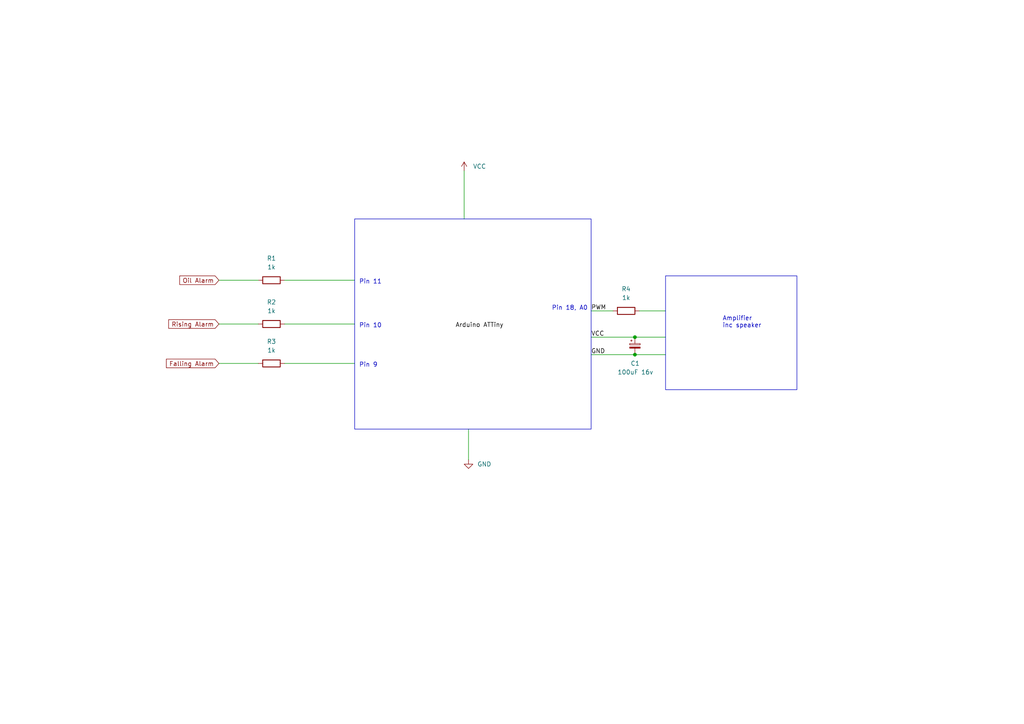
<source format=kicad_sch>
(kicad_sch (version 20230121) (generator eeschema)
  (paper "A4")
  (lib_symbols
    (symbol "Device:C_Polarized_Small" (pin_numbers hide) (pin_names (offset 0.254) hide)
      (property "Reference" "C" (at 0.254 1.778 0))
      (property "Value" "C_Polarized_Small" (at 0.254 -2.032 0))
      (symbol "C_Polarized_Small_0_1"
        (rectangle (start -1.524 -0.3048) (end 1.524 -0.6858) (fill (type outline)))
        (rectangle (start -1.524 0.6858) (end 1.524 0.3048))
        (polyline (pts (xy -1.27 1.524) (xy -0.762 1.524)))
        (polyline (pts (xy -1.016 1.27) (xy -1.016 1.778)))
      )
      (symbol "C_Polarized_Small_1_1"
        (pin passive line (at 0 2.54 270) (length 1.8542) (name "~") (number "1"))
        (pin passive line (at 0 -2.54 90) (length 1.8542) (name "~") (number "2"))
      )
    )
    (symbol "Device:R" (pin_numbers hide) (pin_names (offset 0))
      (property "Reference" "R" (at 2.032 0 90))
      (property "Value" "R" (at 0 0 90))
      (symbol "R_0_1"
        (rectangle (start -1.016 -2.54) (end 1.016 2.54) (stroke (width 0.254)))
      )
      (symbol "R_1_1"
        (pin passive line (at 0 3.81 270) (length 1.27) (name "~") (number "1"))
        (pin passive line (at 0 -3.81 90) (length 1.27) (name "~") (number "2"))
      )
    )
    (symbol "power:GND" (power) (pin_names (offset 0))
      (property "Value" "GND" (at 0 -3.81 0))
      (symbol "GND_0_1"
        (polyline (pts (xy 0 0) (xy 0 -1.27) (xy 1.27 -1.27) (xy 0 -2.54) (xy -1.27 -1.27) (xy 0 -1.27)))
      )
      (symbol "GND_1_1"
        (pin power_in line (at 0 0 270) (length 0) hide (name "GND") (number "1"))
      )
    )
    (symbol "power:VCC" (power) (pin_names (offset 0))
      (property "Value" "VCC" (at 0 3.81 0))
      (symbol "VCC_0_1"
        (polyline (pts (xy -0.762 1.27) (xy 0 2.54)))
        (polyline (pts (xy 0 0) (xy 0 2.54)))
        (polyline (pts (xy 0 2.54) (xy 0.762 1.27)))
      )
      (symbol "VCC_1_1"
        (pin power_in line (at 0 0 90) (length 0) hide (name "VCC") (number "1"))
      )
    )
  )
  (junction (at 184.15 102.87))
  (junction (at 184.15 97.79))
  (wire (pts (xy 171.45 97.79) (xy 184.15 97.79)))
  (wire (pts (xy 185.42 90.17) (xy 193.04 90.17)))
  (wire (pts (xy 82.55 81.28) (xy 102.87 81.28)))
  (wire (pts (xy 63.5 105.41) (xy 74.93 105.41)))
  (wire (pts (xy 63.5 93.98) (xy 74.93 93.98)))
  (wire (pts (xy 134.62 49.53) (xy 134.62 63.5)))
  (wire (pts (xy 82.55 93.98) (xy 102.87 93.98)))
  (wire (pts (xy 171.45 102.87) (xy 184.15 102.87)))
  (wire (pts (xy 135.89 124.46) (xy 135.89 133.35)))
  (wire (pts (xy 63.5 81.28) (xy 74.93 81.28)))
  (wire (pts (xy 171.45 90.17) (xy 177.8 90.17)))
  (wire (pts (xy 82.55 105.41) (xy 102.87 105.41)))
  (wire (pts (xy 184.15 102.87) (xy 193.04 102.87)))
  (wire (pts (xy 184.15 97.79) (xy 193.04 97.79)))
  (rectangle (start 102.87 63.5) (end 171.45 124.46))
  (rectangle (start 193.04 80.01) (end 231.14 113.03))
  (text "Pin 18, A0" (at 160.02 90.17 0) (effects (font (size 1.27 1.27)) (justify left bottom)))
  (text "Amplifier\ninc speaker" (at 209.55 95.25 0) (effects (font (size 1.27 1.27)) (justify left bottom)))
  (text "Pin 10" (at 104.14 95.25 0) (effects (font (size 1.27 1.27)) (justify left bottom)))
  (text "Pin 9" (at 104.14 106.68 0) (effects (font (size 1.27 1.27)) (justify left bottom)))
  (text "Pin 11\n" (at 104.14 82.55 0) (effects (font (size 1.27 1.27)) (justify left bottom)))
  (label "GND" (at 171.45 102.87 0))
  (label "PWM" (at 171.45 90.17 0))
  (label "Arduino ATTiny" (at 132.08 95.25 0))
  (label "VCC" (at 171.45 97.79 0))
  (global_label "Rising Alarm" (shape input) (at 63.5 93.98 180) (property "Intersheetrefs" "${INTERSHEET_REFS}" (effects hide)))
  (global_label "Falling Alarm" (shape input) (at 63.5 105.41 180) (property "Intersheetrefs" "${INTERSHEET_REFS}" (effects hide)))
  (global_label "Oil Alarm" (shape input) (at 63.5 81.28 180) (property "Intersheetrefs" "${INTERSHEET_REFS}" (effects hide)))
  (symbol (lib_id "Device:R") (at 78.74 93.98 270) (unit 1)
    (property "Reference" "R2" (at 78.74 87.63 90))
    (property "Value" "1k" (at 78.74 90.17 90))
  )
  (symbol (lib_id "Device:R") (at 78.74 81.28 270) (unit 1)
    (property "Reference" "R1" (at 78.74 74.93 90))
    (property "Value" "1k" (at 78.74 77.47 90))
  )
  (symbol (lib_id "Device:R") (at 78.74 105.41 270) (unit 1)
    (property "Reference" "R3" (at 78.74 99.06 90))
    (property "Value" "1k" (at 78.74 101.6 90))
  )
  (symbol (lib_id "Device:R") (at 181.61 90.17 270) (unit 1)
    (property "Reference" "R4" (at 181.61 83.82 90))
    (property "Value" "1k" (at 181.61 86.36 90))
  )
  (symbol (lib_id "power:VCC") (at 134.62 49.53 0) (unit 1)
    (property "Reference" "#PWR03" (effects hide))
    (property "Value" "VCC" (at 137.16 48.26 0) (effects (justify left)))
  )
  (symbol (lib_id "Device:C_Polarized_Small") (at 184.15 100.33 0) (unit 1)
    (property "Reference" "C1" (at 182.88 105.41 0) (effects (justify left)))
    (property "Value" "100uF 16v" (at 179.07 107.95 0) (effects (justify left)))
  )
  (symbol (lib_id "power:GND") (at 135.89 133.35 0) (unit 1)
    (property "Reference" "#PWR01" (effects hide))
    (property "Value" "GND" (at 138.43 134.62 0) (effects (justify left)))
  )
)
</source>
